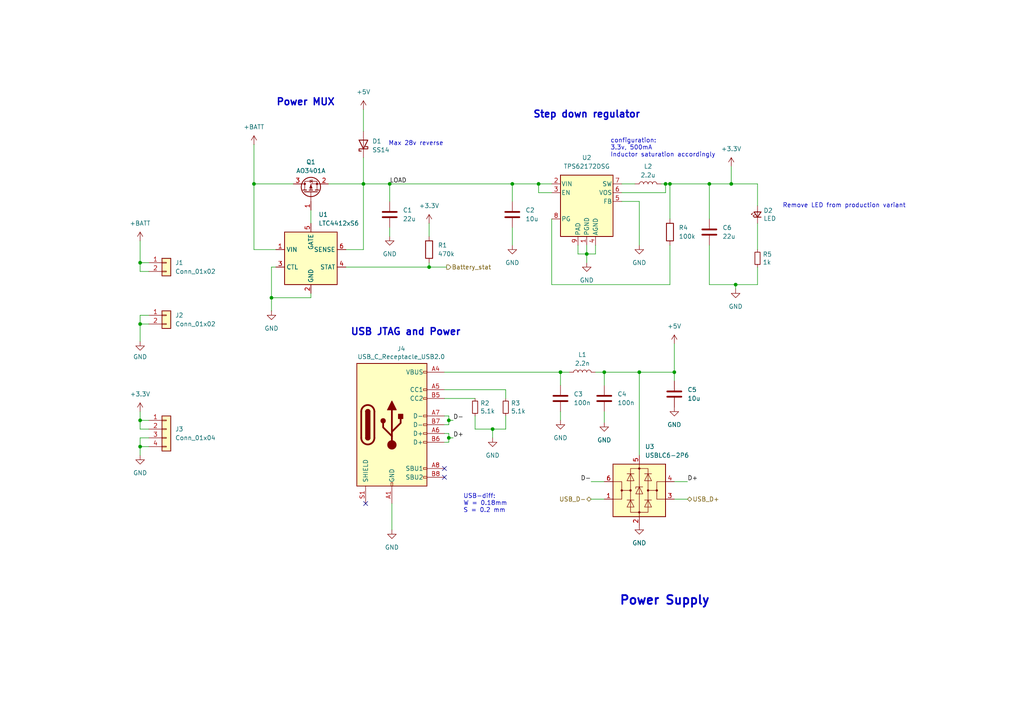
<source format=kicad_sch>
(kicad_sch (version 20231120) (generator "eeschema") (generator_version "8.0")
  (paper "A4")
  (lib_symbols
    (symbol "+3.3V_1" (power) (pin_numbers hide) (pin_names (offset 0) hide)
      (property "Value" "+3.3V" (at 0 3.556 0))
      (symbol "+3.3V_1_0_1"
        (polyline (pts (xy -0.762 1.27) (xy 0 2.54)))
        (polyline (pts (xy 0 0) (xy 0 2.54)))
        (polyline (pts (xy 0 2.54) (xy 0.762 1.27)))
      )
      (symbol "+3.3V_1_1_1"
        (pin power_in line (at 0 0 90) (length 0) (name "~") (number "1"))
      )
    )
    (symbol "Connector:USB_C_Receptacle_USB2.0" (pin_names (offset 1.016))
      (property "Reference" "J" (at -10.16 19.05 0))
      (property "Value" "USB_C_Receptacle_USB2.0" (at 19.05 19.05 0))
      (symbol "USB_C_Receptacle_USB2.0_0_0"
        (rectangle (start -0.254 -17.78) (end 0.254 -16.764))
        (rectangle (start 10.16 -14.986) (end 9.144 -15.494))
        (rectangle (start 10.16 -12.446) (end 9.144 -12.954))
        (rectangle (start 10.16 -4.826) (end 9.144 -5.334))
        (rectangle (start 10.16 -2.286) (end 9.144 -2.794))
        (rectangle (start 10.16 0.254) (end 9.144 -0.254))
        (rectangle (start 10.16 2.794) (end 9.144 2.286))
        (rectangle (start 10.16 7.874) (end 9.144 7.366))
        (rectangle (start 10.16 10.414) (end 9.144 9.906))
        (rectangle (start 10.16 15.494) (end 9.144 14.986))
      )
      (symbol "USB_C_Receptacle_USB2.0_0_1"
        (rectangle (start -10.16 17.78) (end 10.16 -17.78) (stroke (width 0.254)) (fill (type background)))
        (arc (start -8.89 -3.81) (mid -6.985 -5.7067) (end -5.08 -3.81) (stroke (width 0.508)))
        (arc (start -7.62 -3.81) (mid -6.985 -4.4423) (end -6.35 -3.81) (stroke (width 0.254)))
        (arc (start -7.62 -3.81) (mid -6.985 -4.4423) (end -6.35 -3.81) (stroke (width 0.254)) (fill (type outline)))
        (rectangle (start -7.62 -3.81) (end -6.35 3.81) (stroke (width 0.254)) (fill (type outline)))
        (arc (start -6.35 3.81) (mid -6.985 4.4423) (end -7.62 3.81) (stroke (width 0.254)))
        (arc (start -6.35 3.81) (mid -6.985 4.4423) (end -7.62 3.81) (stroke (width 0.254)) (fill (type outline)))
        (arc (start -5.08 3.81) (mid -6.985 5.7067) (end -8.89 3.81) (stroke (width 0.508)))
        (circle (center -2.54 1.143) (radius 0.635) (stroke (width 0.254)) (fill (type outline)))
        (circle (center 0 -5.842) (radius 1.27) (fill (type outline)))
        (polyline (pts (xy -8.89 -3.81) (xy -8.89 3.81)) (stroke (width 0.508)))
        (polyline (pts (xy -5.08 3.81) (xy -5.08 -3.81)) (stroke (width 0.508)))
        (polyline (pts (xy 0 -5.842) (xy 0 4.318)) (stroke (width 0.508)))
        (polyline (pts (xy 0 -3.302) (xy -2.54 -0.762) (xy -2.54 0.508)) (stroke (width 0.508)))
        (polyline (pts (xy 0 -2.032) (xy 2.54 0.508) (xy 2.54 1.778)) (stroke (width 0.508)))
        (polyline (pts (xy -1.27 4.318) (xy 0 6.858) (xy 1.27 4.318) (xy -1.27 4.318)) (stroke (width 0.254)) (fill (type outline)))
        (rectangle (start 1.905 1.778) (end 3.175 3.048) (stroke (width 0.254)) (fill (type outline)))
      )
      (symbol "USB_C_Receptacle_USB2.0_1_1"
        (pin passive line (at 0 -22.86 90) (length 5.08) (name "GND") (number "A1"))
        (pin passive line (at 0 -22.86 90) (length 5.08) hide (name "GND") (number "A12"))
        (pin passive line (at 15.24 15.24 180) (length 5.08) (name "VBUS") (number "A4"))
        (pin bidirectional line (at 15.24 10.16 180) (length 5.08) (name "CC1") (number "A5"))
        (pin bidirectional line (at 15.24 -2.54 180) (length 5.08) (name "D+") (number "A6"))
        (pin bidirectional line (at 15.24 2.54 180) (length 5.08) (name "D-") (number "A7"))
        (pin bidirectional line (at 15.24 -12.7 180) (length 5.08) (name "SBU1") (number "A8"))
        (pin passive line (at 15.24 15.24 180) (length 5.08) hide (name "VBUS") (number "A9"))
        (pin passive line (at 0 -22.86 90) (length 5.08) hide (name "GND") (number "B1"))
        (pin passive line (at 0 -22.86 90) (length 5.08) hide (name "GND") (number "B12"))
        (pin passive line (at 15.24 15.24 180) (length 5.08) hide (name "VBUS") (number "B4"))
        (pin bidirectional line (at 15.24 7.62 180) (length 5.08) (name "CC2") (number "B5"))
        (pin bidirectional line (at 15.24 -5.08 180) (length 5.08) (name "D+") (number "B6"))
        (pin bidirectional line (at 15.24 0 180) (length 5.08) (name "D-") (number "B7"))
        (pin bidirectional line (at 15.24 -15.24 180) (length 5.08) (name "SBU2") (number "B8"))
        (pin passive line (at 15.24 15.24 180) (length 5.08) hide (name "VBUS") (number "B9"))
        (pin passive line (at -7.62 -22.86 90) (length 5.08) (name "SHIELD") (number "S1"))
      )
    )
    (symbol "Connector_Generic:Conn_01x02" (pin_names (offset 1.016) hide)
      (property "Reference" "J" (at 0 2.54 0))
      (property "Value" "Conn_01x02" (at 0 -5.08 0))
      (symbol "Conn_01x02_1_1"
        (rectangle (start -1.27 -2.413) (end 0 -2.667) (stroke (width 0.1524)))
        (rectangle (start -1.27 0.127) (end 0 -0.127) (stroke (width 0.1524)))
        (rectangle (start -1.27 1.27) (end 1.27 -3.81) (stroke (width 0.254)) (fill (type background)))
        (pin passive line (at -5.08 0 0) (length 3.81) (name "Pin_1") (number "1"))
        (pin passive line (at -5.08 -2.54 0) (length 3.81) (name "Pin_2") (number "2"))
      )
    )
    (symbol "Connector_Generic:Conn_01x04" (pin_names (offset 1.016) hide)
      (property "Reference" "J" (at 0 5.08 0))
      (property "Value" "Conn_01x04" (at 0 -7.62 0))
      (symbol "Conn_01x04_1_1"
        (rectangle (start -1.27 -4.953) (end 0 -5.207) (stroke (width 0.1524)))
        (rectangle (start -1.27 -2.413) (end 0 -2.667) (stroke (width 0.1524)))
        (rectangle (start -1.27 0.127) (end 0 -0.127) (stroke (width 0.1524)))
        (rectangle (start -1.27 2.667) (end 0 2.413) (stroke (width 0.1524)))
        (rectangle (start -1.27 3.81) (end 1.27 -6.35) (stroke (width 0.254)) (fill (type background)))
        (pin passive line (at -5.08 2.54 0) (length 3.81) (name "Pin_1") (number "1"))
        (pin passive line (at -5.08 0 0) (length 3.81) (name "Pin_2") (number "2"))
        (pin passive line (at -5.08 -2.54 0) (length 3.81) (name "Pin_3") (number "3"))
        (pin passive line (at -5.08 -5.08 0) (length 3.81) (name "Pin_4") (number "4"))
      )
    )
    (symbol "Device:C" (pin_numbers hide) (pin_names (offset 0.254))
      (property "Reference" "C" (at 0.635 2.54 0))
      (property "Value" "C" (at 0.635 -2.54 0))
      (symbol "C_0_1"
        (polyline (pts (xy -2.032 -0.762) (xy 2.032 -0.762)) (stroke (width 0.508)))
        (polyline (pts (xy -2.032 0.762) (xy 2.032 0.762)) (stroke (width 0.508)))
      )
      (symbol "C_1_1"
        (pin passive line (at 0 3.81 270) (length 2.794) (name "~") (number "1"))
        (pin passive line (at 0 -3.81 90) (length 2.794) (name "~") (number "2"))
      )
    )
    (symbol "Device:L" (pin_numbers hide) (pin_names (offset 1.016) hide)
      (property "Reference" "L" (at -1.27 0 90))
      (property "Value" "L" (at 1.905 0 90))
      (symbol "L_0_1"
        (arc (start 0 -2.54) (mid 0.6323 -1.905) (end 0 -1.27))
        (arc (start 0 -1.27) (mid 0.6323 -0.635) (end 0 0))
        (arc (start 0 0) (mid 0.6323 0.635) (end 0 1.27))
        (arc (start 0 1.27) (mid 0.6323 1.905) (end 0 2.54))
      )
      (symbol "L_1_1"
        (pin passive line (at 0 3.81 270) (length 1.27) (name "1") (number "1"))
        (pin passive line (at 0 -3.81 90) (length 1.27) (name "2") (number "2"))
      )
    )
    (symbol "Device:LED_Small" (pin_numbers hide) (pin_names (offset 0.254) hide)
      (property "Reference" "D" (at -1.27 3.175 0))
      (property "Value" "LED_Small" (at -4.445 -2.54 0))
      (symbol "LED_Small_0_1"
        (polyline (pts (xy -0.762 -1.016) (xy -0.762 1.016)) (stroke (width 0.254)))
        (polyline (pts (xy 1.016 0) (xy -0.762 0)))
        (polyline (pts (xy 0.762 -1.016) (xy -0.762 0) (xy 0.762 1.016) (xy 0.762 -1.016)) (stroke (width 0.254)))
        (polyline (pts (xy 0 0.762) (xy -0.508 1.27) (xy -0.254 1.27) (xy -0.508 1.27) (xy -0.508 1.016)))
        (polyline (pts (xy 0.508 1.27) (xy 0 1.778) (xy 0.254 1.778) (xy 0 1.778) (xy 0 1.524)))
      )
      (symbol "LED_Small_1_1"
        (pin passive line (at -2.54 0 0) (length 1.778) (name "K") (number "1"))
        (pin passive line (at 2.54 0 180) (length 1.778) (name "A") (number "2"))
      )
    )
    (symbol "Device:R" (pin_numbers hide) (pin_names (offset 0))
      (property "Reference" "R" (at 2.032 0 90))
      (property "Value" "R" (at 0 0 90))
      (symbol "R_0_1"
        (rectangle (start -1.016 -2.54) (end 1.016 2.54) (stroke (width 0.254)))
      )
      (symbol "R_1_1"
        (pin passive line (at 0 3.81 270) (length 1.27) (name "~") (number "1"))
        (pin passive line (at 0 -3.81 90) (length 1.27) (name "~") (number "2"))
      )
    )
    (symbol "Device:R_Small" (pin_numbers hide) (pin_names (offset 0.254) hide)
      (property "Reference" "R" (at 0.762 0.508 0))
      (property "Value" "R_Small" (at 0.762 -1.016 0))
      (symbol "R_Small_0_1"
        (rectangle (start -0.762 1.778) (end 0.762 -1.778) (stroke (width 0.2032)))
      )
      (symbol "R_Small_1_1"
        (pin passive line (at 0 2.54 270) (length 0.762) (name "~") (number "1"))
        (pin passive line (at 0 -2.54 90) (length 0.762) (name "~") (number "2"))
      )
    )
    (symbol "Diode:SS14" (pin_numbers hide) (pin_names (offset 1.016) hide)
      (property "Reference" "D" (at 0 2.54 0))
      (property "Value" "SS14" (at 0 -2.54 0))
      (symbol "SS14_0_1"
        (polyline (pts (xy 1.27 0) (xy -1.27 0)))
        (polyline (pts (xy 1.27 1.27) (xy 1.27 -1.27) (xy -1.27 0) (xy 1.27 1.27)) (stroke (width 0.254)))
        (polyline (pts (xy -1.905 0.635) (xy -1.905 1.27) (xy -1.27 1.27) (xy -1.27 -1.27) (xy -0.635 -1.27) (xy -0.635 -0.635)) (stroke (width 0.254)))
      )
      (symbol "SS14_1_1"
        (pin passive line (at -3.81 0 0) (length 2.54) (name "K") (number "1"))
        (pin passive line (at 3.81 0 180) (length 2.54) (name "A") (number "2"))
      )
    )
    (symbol "GND_1" (power) (pin_numbers hide) (pin_names (offset 0) hide)
      (property "Value" "GND" (at 0 -3.81 0))
      (symbol "GND_1_0_1"
        (polyline (pts (xy 0 0) (xy 0 -1.27) (xy 1.27 -1.27) (xy 0 -2.54) (xy -1.27 -1.27) (xy 0 -1.27)))
      )
      (symbol "GND_1_1_1"
        (pin power_in line (at 0 0 270) (length 0) (name "~") (number "1"))
      )
    )
    (symbol "GND_2" (power) (pin_numbers hide) (pin_names (offset 0) hide)
      (property "Value" "GND" (at 0 -3.81 0))
      (symbol "GND_2_0_1"
        (polyline (pts (xy 0 0) (xy 0 -1.27) (xy 1.27 -1.27) (xy 0 -2.54) (xy -1.27 -1.27) (xy 0 -1.27)))
      )
      (symbol "GND_2_1_1"
        (pin power_in line (at 0 0 270) (length 0) (name "~") (number "1"))
      )
    )
    (symbol "Power_Management:LTC4412xS6"
      (property "Reference" "U" (at -6.35 8.89 0))
      (property "Value" "LTC4412xS6" (at 6.35 8.89 0))
      (symbol "LTC4412xS6_0_1"
        (rectangle (start -7.62 7.62) (end 7.62 -7.62) (stroke (width 0.254)) (fill (type background)))
      )
      (symbol "LTC4412xS6_1_1"
        (pin power_in line (at -10.16 2.54 0) (length 2.54) (name "VIN") (number "1"))
        (pin power_in line (at 0 -10.16 90) (length 2.54) (name "GND") (number "2"))
        (pin input line (at -10.16 -2.54 0) (length 2.54) (name "CTL") (number "3"))
        (pin open_collector line (at 10.16 -2.54 180) (length 2.54) (name "STAT") (number "4"))
        (pin output line (at 0 10.16 270) (length 2.54) (name "GATE") (number "5"))
        (pin input line (at 10.16 2.54 180) (length 2.54) (name "SENSE") (number "6"))
      )
    )
    (symbol "Power_Protection:USBLC6-2P6" (pin_names hide)
      (property "Reference" "U" (at 2.54 8.89 0))
      (property "Value" "USBLC6-2P6" (at 2.54 -8.89 0))
      (symbol "USBLC6-2P6_0_1"
        (rectangle (start -7.62 -7.62) (end 7.62 7.62) (stroke (width 0.254)) (fill (type background)))
        (circle (center -5.08 0) (radius 0.254) (fill (type outline)))
        (circle (center -2.54 0) (radius 0.254) (fill (type outline)))
        (rectangle (start -2.54 6.35) (end 2.54 -6.35))
        (circle (center 0 -6.35) (radius 0.254) (fill (type outline)))
        (polyline (pts (xy -5.08 -2.54) (xy -7.62 -2.54)))
        (polyline (pts (xy -5.08 0) (xy -5.08 -2.54)))
        (polyline (pts (xy -5.08 2.54) (xy -7.62 2.54)))
        (polyline (pts (xy -1.524 -2.794) (xy -3.556 -2.794)))
        (polyline (pts (xy -1.524 4.826) (xy -3.556 4.826)))
        (polyline (pts (xy 0 -7.62) (xy 0 -6.35)))
        (polyline (pts (xy 0 -6.35) (xy 0 1.27)))
        (polyline (pts (xy 0 1.27) (xy 0 6.35)))
        (polyline (pts (xy 0 6.35) (xy 0 7.62)))
        (polyline (pts (xy 1.524 -2.794) (xy 3.556 -2.794)))
        (polyline (pts (xy 1.524 4.826) (xy 3.556 4.826)))
        (polyline (pts (xy 5.08 -2.54) (xy 7.62 -2.54)))
        (polyline (pts (xy 5.08 0) (xy 5.08 -2.54)))
        (polyline (pts (xy 5.08 2.54) (xy 7.62 2.54)))
        (polyline (pts (xy -2.54 0) (xy -5.08 0) (xy -5.08 2.54)))
        (polyline (pts (xy 2.54 0) (xy 5.08 0) (xy 5.08 2.54)))
        (polyline (pts (xy -3.556 -4.826) (xy -1.524 -4.826) (xy -2.54 -2.794) (xy -3.556 -4.826)))
        (polyline (pts (xy -3.556 2.794) (xy -1.524 2.794) (xy -2.54 4.826) (xy -3.556 2.794)))
        (polyline (pts (xy -1.016 -1.016) (xy 1.016 -1.016) (xy 0 1.016) (xy -1.016 -1.016)))
        (polyline (pts (xy 1.016 1.016) (xy 0.762 1.016) (xy -1.016 1.016) (xy -1.016 0.508)))
        (polyline (pts (xy 3.556 -4.826) (xy 1.524 -4.826) (xy 2.54 -2.794) (xy 3.556 -4.826)))
        (polyline (pts (xy 3.556 2.794) (xy 1.524 2.794) (xy 2.54 4.826) (xy 3.556 2.794)))
        (circle (center 0 6.35) (radius 0.254) (fill (type outline)))
        (circle (center 2.54 0) (radius 0.254) (fill (type outline)))
        (circle (center 5.08 0) (radius 0.254) (fill (type outline)))
      )
      (symbol "USBLC6-2P6_1_1"
        (pin passive line (at -10.16 -2.54 0) (length 2.54) (name "I/O1") (number "1"))
        (pin passive line (at 0 -10.16 90) (length 2.54) (name "GND") (number "2"))
        (pin passive line (at 10.16 -2.54 180) (length 2.54) (name "I/O2") (number "3"))
        (pin passive line (at 10.16 2.54 180) (length 2.54) (name "I/O2") (number "4"))
        (pin passive line (at 0 10.16 270) (length 2.54) (name "VBUS") (number "5"))
        (pin passive line (at -10.16 2.54 0) (length 2.54) (name "I/O1") (number "6"))
      )
    )
    (symbol "Regulator_Switching:TPS62172DSG" (pin_names (offset 0.254))
      (property "Reference" "U" (at -7.62 11.43 0))
      (property "Value" "TPS62172DSG" (at -1.27 11.43 0))
      (symbol "TPS62172DSG_0_1"
        (rectangle (start -7.62 10.16) (end 7.62 -7.62) (stroke (width 0.254)) (fill (type background)))
      )
      (symbol "TPS62172DSG_1_1"
        (pin power_in line (at 0 -10.16 90) (length 2.54) (name "PGND") (number "1"))
        (pin power_in line (at -10.16 7.62 0) (length 2.54) (name "VIN") (number "2"))
        (pin input line (at -10.16 5.08 0) (length 2.54) (name "EN") (number "3"))
        (pin power_in line (at 2.54 -10.16 90) (length 2.54) (name "AGND") (number "4"))
        (pin input line (at 10.16 2.54 180) (length 2.54) (name "FB") (number "5"))
        (pin input line (at 10.16 5.08 180) (length 2.54) (name "VOS") (number "6"))
        (pin output line (at 10.16 7.62 180) (length 2.54) (name "SW") (number "7"))
        (pin open_collector line (at -10.16 -2.54 0) (length 2.54) (name "PG") (number "8"))
        (pin power_in line (at -2.54 -10.16 90) (length 2.54) (name "PAD") (number "9"))
      )
    )
    (symbol "Transistor_FET:AO3401A" (pin_names hide)
      (property "Reference" "Q" (at 5.08 1.905 0))
      (property "Value" "AO3401A" (at 5.08 0 0))
      (symbol "AO3401A_0_1"
        (polyline (pts (xy 0.254 0) (xy -2.54 0)))
        (polyline (pts (xy 0.254 1.905) (xy 0.254 -1.905)) (stroke (width 0.254)))
        (polyline (pts (xy 0.762 -1.27) (xy 0.762 -2.286)) (stroke (width 0.254)))
        (polyline (pts (xy 0.762 0.508) (xy 0.762 -0.508)) (stroke (width 0.254)))
        (polyline (pts (xy 0.762 2.286) (xy 0.762 1.27)) (stroke (width 0.254)))
        (polyline (pts (xy 2.54 2.54) (xy 2.54 1.778)))
        (polyline (pts (xy 2.54 -2.54) (xy 2.54 0) (xy 0.762 0)))
        (polyline (pts (xy 0.762 1.778) (xy 3.302 1.778) (xy 3.302 -1.778) (xy 0.762 -1.778)))
        (polyline (pts (xy 2.286 0) (xy 1.27 0.381) (xy 1.27 -0.381) (xy 2.286 0)) (fill (type outline)))
        (polyline (pts (xy 2.794 -0.508) (xy 2.921 -0.381) (xy 3.683 -0.381) (xy 3.81 -0.254)))
        (polyline (pts (xy 3.302 -0.381) (xy 2.921 0.254) (xy 3.683 0.254) (xy 3.302 -0.381)))
        (circle (center 1.651 0) (radius 2.794) (stroke (width 0.254)))
        (circle (center 2.54 -1.778) (radius 0.254) (fill (type outline)))
        (circle (center 2.54 1.778) (radius 0.254) (fill (type outline)))
      )
      (symbol "AO3401A_1_1"
        (pin input line (at -5.08 0 0) (length 2.54) (name "G") (number "1"))
        (pin passive line (at 2.54 -5.08 90) (length 2.54) (name "S") (number "2"))
        (pin passive line (at 2.54 5.08 270) (length 2.54) (name "D") (number "3"))
      )
    )
    (symbol "power:+3.3V" (power) (pin_names (offset 0))
      (property "Value" "+3.3V" (at 0 3.556 0))
      (symbol "+3.3V_0_1"
        (polyline (pts (xy -0.762 1.27) (xy 0 2.54)))
        (polyline (pts (xy 0 0) (xy 0 2.54)))
        (polyline (pts (xy 0 2.54) (xy 0.762 1.27)))
      )
      (symbol "+3.3V_1_1"
        (pin power_in line (at 0 0 90) (length 0) hide (name "+3.3V") (number "1"))
      )
    )
    (symbol "power:+5V" (power) (pin_names (offset 0))
      (property "Value" "+5V" (at 0 3.556 0))
      (symbol "+5V_0_1"
        (polyline (pts (xy -0.762 1.27) (xy 0 2.54)))
        (polyline (pts (xy 0 0) (xy 0 2.54)))
        (polyline (pts (xy 0 2.54) (xy 0.762 1.27)))
      )
      (symbol "+5V_1_1"
        (pin power_in line (at 0 0 90) (length 0) hide (name "+5V") (number "1"))
      )
    )
    (symbol "power:+BATT" (power) (pin_numbers hide) (pin_names (offset 0) hide)
      (property "Value" "+BATT" (at 0 3.556 0))
      (symbol "+BATT_0_1"
        (polyline (pts (xy -0.762 1.27) (xy 0 2.54)))
        (polyline (pts (xy 0 0) (xy 0 2.54)))
        (polyline (pts (xy 0 2.54) (xy 0.762 1.27)))
      )
      (symbol "+BATT_1_1"
        (pin power_in line (at 0 0 90) (length 0) (name "~") (number "1"))
      )
    )
    (symbol "power:GND" (power) (pin_names (offset 0))
      (property "Value" "GND" (at 0 -3.81 0))
      (symbol "GND_0_1"
        (polyline (pts (xy 0 0) (xy 0 -1.27) (xy 1.27 -1.27) (xy 0 -2.54) (xy -1.27 -1.27) (xy 0 -1.27)))
      )
      (symbol "GND_1_1"
        (pin power_in line (at 0 0 270) (length 0) hide (name "GND") (number "1"))
      )
    )
  )
  (junction (at 162.56 107.95))
  (junction (at 175.26 107.95))
  (junction (at 130.175 127))
  (junction (at 113.03 53.34))
  (junction (at 193.04 53.34))
  (junction (at 194.31 53.34))
  (junction (at 142.875 124.46))
  (junction (at 40.64 129.54))
  (junction (at 212.09 53.34))
  (junction (at 205.74 53.34))
  (junction (at 40.64 76.2))
  (junction (at 73.66 53.34))
  (junction (at 148.59 53.34))
  (junction (at 185.42 107.95))
  (junction (at 170.18 73.66))
  (junction (at 156.21 53.34))
  (junction (at 40.64 121.92))
  (junction (at 130.175 121.92))
  (junction (at 195.58 107.95))
  (junction (at 213.36 82.55))
  (junction (at 40.64 93.98))
  (junction (at 105.41 53.34))
  (junction (at 124.46 77.47))
  (junction (at 78.74 86.36))
  (no_connect (at 106.045 146.05))
  (no_connect (at 128.905 135.89))
  (no_connect (at 128.905 138.43))
  (wire (pts (xy 73.66 53.34) (xy 73.66 72.39)))
  (wire (pts (xy 195.58 107.95) (xy 195.58 110.49)))
  (wire (pts (xy 170.18 71.12) (xy 170.18 73.66)))
  (wire (pts (xy 128.905 123.19) (xy 130.175 123.19)))
  (wire (pts (xy 40.64 127) (xy 40.64 129.54)))
  (wire (pts (xy 90.17 60.96) (xy 90.17 64.77)))
  (wire (pts (xy 130.175 123.19) (xy 130.175 121.92)))
  (wire (pts (xy 185.42 107.95) (xy 195.58 107.95)))
  (wire (pts (xy 128.905 115.57) (xy 137.795 115.57)))
  (wire (pts (xy 95.25 53.34) (xy 105.41 53.34)))
  (wire (pts (xy 113.03 68.58) (xy 113.03 66.04)))
  (wire (pts (xy 43.18 76.2) (xy 40.64 76.2)))
  (wire (pts (xy 205.74 71.12) (xy 205.74 82.55)))
  (wire (pts (xy 219.71 64.77) (xy 219.71 72.39)))
  (wire (pts (xy 40.64 69.85) (xy 40.64 76.2)))
  (wire (pts (xy 172.72 107.95) (xy 175.26 107.95)))
  (wire (pts (xy 73.66 53.34) (xy 85.09 53.34)))
  (wire (pts (xy 43.18 91.44) (xy 40.64 91.44)))
  (wire (pts (xy 171.45 139.7) (xy 175.26 139.7)))
  (wire (pts (xy 124.46 77.47) (xy 129.54 77.47)))
  (wire (pts (xy 193.04 53.34) (xy 194.31 53.34)))
  (wire (pts (xy 105.41 31.75) (xy 105.41 38.1)))
  (wire (pts (xy 78.74 77.47) (xy 78.74 86.36)))
  (wire (pts (xy 43.18 127) (xy 40.64 127)))
  (wire (pts (xy 128.905 128.27) (xy 130.175 128.27)))
  (wire (pts (xy 100.33 77.47) (xy 124.46 77.47)))
  (wire (pts (xy 43.18 124.46) (xy 40.64 124.46)))
  (wire (pts (xy 43.18 129.54) (xy 40.64 129.54)))
  (wire (pts (xy 128.905 120.65) (xy 130.175 120.65)))
  (wire (pts (xy 148.59 53.34) (xy 148.59 58.42)))
  (wire (pts (xy 172.72 73.66) (xy 170.18 73.66)))
  (wire (pts (xy 130.175 127) (xy 131.445 127)))
  (wire (pts (xy 146.685 120.65) (xy 146.685 124.46)))
  (wire (pts (xy 205.74 53.34) (xy 205.74 63.5)))
  (wire (pts (xy 80.01 77.47) (xy 78.74 77.47)))
  (wire (pts (xy 40.64 93.98) (xy 40.64 99.06)))
  (wire (pts (xy 180.34 58.42) (xy 185.42 58.42)))
  (wire (pts (xy 195.58 99.695) (xy 195.58 107.95)))
  (wire (pts (xy 199.39 139.7) (xy 195.58 139.7)))
  (wire (pts (xy 78.74 86.36) (xy 90.17 86.36)))
  (wire (pts (xy 213.36 83.82) (xy 213.36 82.55)))
  (wire (pts (xy 175.26 119.38) (xy 175.26 122.555)))
  (wire (pts (xy 199.39 144.78) (xy 195.58 144.78)))
  (wire (pts (xy 205.74 82.55) (xy 213.36 82.55)))
  (wire (pts (xy 137.795 120.65) (xy 137.795 124.46)))
  (wire (pts (xy 171.45 144.78) (xy 175.26 144.78)))
  (wire (pts (xy 124.46 64.77) (xy 124.46 68.58)))
  (wire (pts (xy 162.56 119.38) (xy 162.56 121.92)))
  (wire (pts (xy 219.71 77.47) (xy 219.71 82.55)))
  (wire (pts (xy 180.34 55.88) (xy 193.04 55.88)))
  (wire (pts (xy 156.21 53.34) (xy 148.59 53.34)))
  (wire (pts (xy 113.03 53.34) (xy 148.59 53.34)))
  (wire (pts (xy 175.26 107.95) (xy 185.42 107.95)))
  (wire (pts (xy 212.09 48.26) (xy 212.09 53.34)))
  (wire (pts (xy 130.175 121.92) (xy 131.445 121.92)))
  (wire (pts (xy 162.56 107.95) (xy 162.56 111.76)))
  (wire (pts (xy 185.42 132.08) (xy 185.42 107.95)))
  (wire (pts (xy 146.685 115.57) (xy 146.685 113.03)))
  (wire (pts (xy 78.74 90.17) (xy 78.74 86.36)))
  (wire (pts (xy 185.42 58.42) (xy 185.42 71.12)))
  (wire (pts (xy 162.56 107.95) (xy 165.1 107.95)))
  (wire (pts (xy 105.41 45.72) (xy 105.41 53.34)))
  (wire (pts (xy 156.21 55.88) (xy 156.21 53.34)))
  (wire (pts (xy 160.02 63.5) (xy 160.02 82.55)))
  (wire (pts (xy 128.905 125.73) (xy 130.175 125.73)))
  (wire (pts (xy 167.64 71.12) (xy 167.64 73.66)))
  (wire (pts (xy 43.18 93.98) (xy 40.64 93.98)))
  (wire (pts (xy 148.59 66.04) (xy 148.59 71.12)))
  (wire (pts (xy 142.875 124.46) (xy 142.875 127)))
  (wire (pts (xy 40.64 91.44) (xy 40.64 93.98)))
  (wire (pts (xy 170.18 73.66) (xy 170.18 76.2)))
  (wire (pts (xy 130.175 125.73) (xy 130.175 127)))
  (wire (pts (xy 212.09 53.34) (xy 219.71 53.34)))
  (wire (pts (xy 146.685 113.03) (xy 128.905 113.03)))
  (wire (pts (xy 128.905 107.95) (xy 162.56 107.95)))
  (wire (pts (xy 180.34 53.34) (xy 184.15 53.34)))
  (wire (pts (xy 113.665 146.05) (xy 113.665 153.67)))
  (wire (pts (xy 191.77 53.34) (xy 193.04 53.34)))
  (wire (pts (xy 73.66 41.91) (xy 73.66 53.34)))
  (wire (pts (xy 175.26 111.76) (xy 175.26 107.95)))
  (wire (pts (xy 219.71 53.34) (xy 219.71 59.69)))
  (wire (pts (xy 193.04 55.88) (xy 193.04 53.34)))
  (wire (pts (xy 130.175 121.92) (xy 130.175 120.65)))
  (wire (pts (xy 105.41 53.34) (xy 113.03 53.34)))
  (wire (pts (xy 160.02 55.88) (xy 156.21 55.88)))
  (wire (pts (xy 105.41 53.34) (xy 105.41 72.39)))
  (wire (pts (xy 40.64 76.2) (xy 40.64 78.74)))
  (wire (pts (xy 40.64 129.54) (xy 40.64 132.08)))
  (wire (pts (xy 113.03 58.42) (xy 113.03 53.34)))
  (wire (pts (xy 167.64 73.66) (xy 170.18 73.66)))
  (wire (pts (xy 43.18 78.74) (xy 40.64 78.74)))
  (wire (pts (xy 213.36 82.55) (xy 219.71 82.55)))
  (wire (pts (xy 130.175 127) (xy 130.175 128.27)))
  (wire (pts (xy 142.875 124.46) (xy 146.685 124.46)))
  (wire (pts (xy 194.31 53.34) (xy 194.31 63.5)))
  (wire (pts (xy 160.02 82.55) (xy 194.31 82.55)))
  (wire (pts (xy 124.46 76.2) (xy 124.46 77.47)))
  (wire (pts (xy 172.72 71.12) (xy 172.72 73.66)))
  (wire (pts (xy 105.41 72.39) (xy 100.33 72.39)))
  (wire (pts (xy 80.01 72.39) (xy 73.66 72.39)))
  (wire (pts (xy 205.74 53.34) (xy 212.09 53.34)))
  (wire (pts (xy 194.31 82.55) (xy 194.31 71.12)))
  (wire (pts (xy 40.64 121.92) (xy 43.18 121.92)))
  (wire (pts (xy 137.795 124.46) (xy 142.875 124.46)))
  (wire (pts (xy 90.17 86.36) (xy 90.17 85.09)))
  (wire (pts (xy 40.64 121.92) (xy 40.64 124.46)))
  (wire (pts (xy 194.31 53.34) (xy 205.74 53.34)))
  (wire (pts (xy 160.02 53.34) (xy 156.21 53.34)))
  (wire (pts (xy 40.64 119.38) (xy 40.64 121.92)))
  (text "configuration:\n3.3v, 500mA\nInductor saturation accordingly" (at 177.038 42.926 0) (effects (font (size 1.27 1.27)) (justify left)))
  (text "USB-diff:\nW = 0.18mm \nS = 0.2 mm" (at 134.366 146.05 0) (effects (font (size 1.27 1.27)) (justify left)))
  (text "Power MUX" (at 88.646 29.718 0) (effects (font (size 2 2) (thickness 0.4) (bold yes))))
  (text "Max 28v reverse" (at 120.65 41.656 0) (effects (font (size 1.27 1.27))))
  (text "USB JTAG and Power" (at 101.6 97.536 0) (effects (font (size 2 2) (thickness 0.4) (bold yes)) (justify left bottom)))
  (text "Remove LED from production variant" (at 244.856 59.69 0) (effects (font (size 1.27 1.27))))
  (text "Step down regulator" (at 170.18 33.274 0) (effects (font (size 2 2) (thickness 0.4) (bold yes))))
  (text "Power Supply" (at 192.786 174.244 0) (effects (font (size 2.54 2.54) (thickness 0.508) (bold yes))))
  (label "LOAD" (at 113.03 53.34 0))
  (label "D+" (at 199.39 139.7 0))
  (label "D-" (at 131.445 121.92 0))
  (label "D+" (at 131.445 127 0))
  (label "D-" (at 171.45 139.7 180))
  (hierarchical_label "USB_D-" (shape bidirectional) (at 171.45 144.78 180))
  (hierarchical_label "Battery_stat" (shape output) (at 129.54 77.47 0))
  (hierarchical_label "USB_D+" (shape bidirectional) (at 199.39 144.78 0))
  (symbol (lib_id "power:+BATT") (at 73.66 41.91 0) (unit 1)
    (property "Reference" "#PWR05" (effects (hide yes)))
    (property "Value" "+BATT" (at 73.66 36.83 0))
    (property "Description" "Power symbol creates a global label with name \"+BATT\"" (effects (hide yes)))
  )
  (symbol (lib_id "Diode:SS14") (at 105.41 41.91 90) (unit 1)
    (property "Reference" "D1" (at 107.95 40.9574 90) (effects (justify right)))
    (property "Value" "SS14" (at 107.95 43.4974 90) (effects (justify right)))
    (property "Footprint" "Diode_SMD:D_SMA" (effects (hide yes)))
    (property "Datasheet" "https://www.vishay.com/docs/88746/ss12.pdf" (effects (hide yes)))
    (property "Description" "40V 1A Schottky Diode, SMA" (effects (hide yes)))
  )
  (symbol (lib_id "Device:C") (at 195.58 114.3 0) (unit 1)
    (property "Reference" "C5" (at 199.39 113.03 0) (effects (justify left)))
    (property "Value" "10u" (at 199.39 115.57 0) (effects (justify left)))
    (property "Footprint" "Capacitor_SMD:C_0603_1608Metric" (effects (hide yes)))
  )
  (symbol (lib_id "Device:L") (at 187.96 53.34 90) (unit 1)
    (property "Reference" "L2" (at 187.96 48.26 90))
    (property "Value" "2.2u" (at 187.96 50.8 90))
    (property "Footprint" "Inductor_SMD:L_0805_2012Metric" (effects (hide yes)))
    (property "Description" "Inductor" (effects (hide yes)))
  )
  (symbol (lib_id "power:GND") (at 170.18 76.2 0) (unit 1)
    (property "Reference" "#PWR014" (effects (hide yes)))
    (property "Value" "GND" (at 170.18 81.28 0))
    (property "Description" "Power symbol creates a global label with name \"GND\" , ground" (effects (hide yes)))
  )
  (symbol (lib_id "Device:L") (at 168.91 107.95 90) (unit 1)
    (property "Reference" "L1" (at 168.91 102.87 90))
    (property "Value" "2.2n" (at 168.91 105.41 90))
    (property "Footprint" "Inductor_SMD:L_0603_1608Metric" (effects (hide yes)))
  )
  (symbol (lib_id "Device:C") (at 148.59 62.23 0) (unit 1)
    (property "Reference" "C2" (at 152.4 60.9599 0) (effects (justify left)))
    (property "Value" "10u" (at 152.4 63.4999 0) (effects (justify left)))
    (property "Footprint" "Capacitor_SMD:C_0603_1608Metric" (effects (hide yes)))
    (property "Description" "Unpolarized capacitor" (effects (hide yes)))
  )
  (symbol (lib_id "power:GND") (at 148.59 71.12 0) (unit 1)
    (property "Reference" "#PWR012" (effects (hide yes)))
    (property "Value" "GND" (at 148.59 76.2 0))
    (property "Description" "Power symbol creates a global label with name \"GND\" , ground" (effects (hide yes)))
  )
  (symbol (lib_id "Device:R_Small") (at 219.71 74.93 0) (unit 1)
    (property "Reference" "R5" (at 221.2086 73.7616 0) (effects (justify left)))
    (property "Value" "1k" (at 221.2086 76.073 0) (effects (justify left)))
    (property "Footprint" "Resistor_SMD:R_0402_1005Metric" (effects (hide yes)))
    (property "LCSC" "C163928" (effects (hide yes)))
  )
  (symbol (lib_id "Regulator_Switching:TPS62172DSG") (at 170.18 60.96 0) (unit 1)
    (property "Reference" "U2" (at 170.18 45.72 0))
    (property "Value" "TPS62172DSG" (at 170.18 48.26 0))
    (property "Footprint" "Package_SON:WSON-8-1EP_2x2mm_P0.5mm_EP0.9x1.6mm_ThermalVias" (effects (hide yes)))
    (property "Datasheet" "http://www.ti.com/lit/ds/symlink/tps62170.pdf" (effects (hide yes)))
    (property "Description" "500mA Step-Down Converter with DCS-Control, fixed 3.3V output, 3-17V input voltage, WSON-8" (effects (hide yes)))
  )
  (symbol (lib_id "power:+BATT") (at 40.64 69.85 0) (unit 1)
    (property "Reference" "#PWR01" (effects (hide yes)))
    (property "Value" "+BATT" (at 40.64 64.77 0))
    (property "Description" "Power symbol creates a global label with name \"+BATT\"" (effects (hide yes)))
  )
  (symbol (lib_id "Device:R") (at 194.31 67.31 0) (unit 1)
    (property "Reference" "R4" (at 196.85 66.0399 0) (effects (justify left)))
    (property "Value" "100k" (at 196.85 68.5799 0) (effects (justify left)))
    (property "Footprint" "Resistor_SMD:R_0402_1005Metric" (effects (hide yes)))
    (property "Description" "Resistor" (effects (hide yes)))
  )
  (symbol (lib_id "Device:C") (at 175.26 115.57 0) (unit 1)
    (property "Reference" "C4" (at 179.07 114.3 0) (effects (justify left)))
    (property "Value" "100n" (at 179.07 116.84 0) (effects (justify left)))
    (property "Footprint" "Capacitor_SMD:C_0402_1005Metric" (effects (hide yes)))
  )
  (symbol (lib_id "Connector_Generic:Conn_01x02") (at 48.26 91.44 0) (unit 1)
    (property "Reference" "J2" (at 50.8 91.4399 0) (effects (justify left)))
    (property "Value" "Conn_01x02" (at 50.8 93.9799 0) (effects (justify left)))
    (property "Footprint" "Connector_PinHeader_2.54mm:PinHeader_1x02_P2.54mm_Vertical" (effects (hide yes)))
    (property "Description" "Generic connector, single row, 01x02, script generated (kicad-library-utils/schlib/autogen/connector/)" (effects (hide yes)))
  )
  (symbol (lib_id "power:GND") (at 40.64 99.06 0) (unit 1)
    (property "Reference" "#PWR02" (effects (hide yes)))
    (property "Value" "GND" (at 40.64 103.505 0))
  )
  (symbol (lib_name "+3.3V_1") (lib_id "power:+3.3V") (at 124.46 64.77 0) (unit 1)
    (property "Reference" "#PWR010" (effects (hide yes)))
    (property "Value" "+3.3V" (at 124.46 59.69 0))
    (property "Description" "Power symbol creates a global label with name \"+3.3V\"" (effects (hide yes)))
  )
  (symbol (lib_id "power:GND") (at 40.64 132.08 0) (unit 1)
    (property "Reference" "#PWR04" (effects (hide yes)))
    (property "Value" "GND" (at 40.64 137.16 0))
    (property "Description" "Power symbol creates a global label with name \"GND\" , ground" (effects (hide yes)))
  )
  (symbol (lib_id "power:GND") (at 185.42 152.4 0) (unit 1)
    (property "Reference" "#PWR017" (effects (hide yes)))
    (property "Value" "GND" (at 185.42 157.48 0))
  )
  (symbol (lib_id "Connector_Generic:Conn_01x02") (at 48.26 76.2 0) (unit 1)
    (property "Reference" "J1" (at 50.8 76.1999 0) (effects (justify left)))
    (property "Value" "Conn_01x02" (at 50.8 78.7399 0) (effects (justify left)))
    (property "Footprint" "Connector_PinHeader_2.54mm:PinHeader_1x02_P2.54mm_Vertical" (effects (hide yes)))
    (property "Description" "Generic connector, single row, 01x02, script generated (kicad-library-utils/schlib/autogen/connector/)" (effects (hide yes)))
  )
  (symbol (lib_id "Connector:USB_C_Receptacle_USB2.0") (at 113.665 123.19 0) (unit 1)
    (property "Reference" "J4" (at 116.3828 101.1682 0))
    (property "Value" "USB_C_Receptacle_USB2.0" (at 116.3828 103.4796 0))
    (property "Footprint" "Connector_USB:USB_C_Receptacle_HRO_TYPE-C-31-M-12" (effects (hide yes)))
    (property "Datasheet" "https://www.usb.org/sites/default/files/documents/usb_type-c.zip" (effects (hide yes)))
  )
  (symbol (lib_id "Device:C") (at 113.03 62.23 0) (unit 1)
    (property "Reference" "C1" (at 116.84 60.9599 0) (effects (justify left)))
    (property "Value" "22u" (at 116.84 63.4999 0) (effects (justify left)))
    (property "Footprint" "Capacitor_SMD:C_0805_2012Metric" (effects (hide yes)))
    (property "Description" "Unpolarized capacitor" (effects (hide yes)))
  )
  (symbol (lib_id "Device:R_Small") (at 146.685 118.11 0) (unit 1)
    (property "Reference" "R3" (at 148.1836 116.9416 0) (effects (justify left)))
    (property "Value" "5.1k" (at 148.1836 119.253 0) (effects (justify left)))
    (property "Footprint" "Resistor_SMD:R_0402_1005Metric" (effects (hide yes)))
    (property "LCSC" "C163928" (effects (hide yes)))
  )
  (symbol (lib_id "Device:LED_Small") (at 219.71 62.23 90) (unit 1)
    (property "Reference" "D2" (at 221.4372 61.0616 90) (effects (justify right)))
    (property "Value" "LED" (at 221.4372 63.373 90) (effects (justify right)))
    (property "Footprint" "LED_SMD:LED_0805_2012Metric_Pad1.15x1.40mm_HandSolder" (effects (hide yes)))
    (property "LCSC" "C205445" (effects (hide yes)))
  )
  (symbol (lib_id "Device:C") (at 162.56 115.57 0) (unit 1)
    (property "Reference" "C3" (at 166.37 114.3 0) (effects (justify left)))
    (property "Value" "100n" (at 166.37 116.84 0) (effects (justify left)))
    (property "Footprint" "Capacitor_SMD:C_0402_1005Metric" (effects (hide yes)))
  )
  (symbol (lib_id "power:GND") (at 195.58 118.11 0) (unit 1)
    (property "Reference" "#PWR019" (effects (hide yes)))
    (property "Value" "GND" (at 195.58 123.19 0))
  )
  (symbol (lib_id "power:GND") (at 113.665 153.67 0) (unit 1)
    (property "Reference" "#PWR09" (effects (hide yes)))
    (property "Value" "GND" (at 113.665 158.75 0))
  )
  (symbol (lib_id "power:+3.3V") (at 40.64 119.38 0) (unit 1)
    (property "Reference" "#PWR03" (effects (hide yes)))
    (property "Value" "+3.3V" (at 40.64 114.3 0))
  )
  (symbol (lib_id "Transistor_FET:AO3401A") (at 90.17 55.88 90) (unit 1)
    (property "Reference" "Q1" (at 90.17 46.99 90))
    (property "Value" "AO3401A" (at 90.17 49.53 90))
    (property "Footprint" "Package_TO_SOT_SMD:SOT-23" (effects (hide yes)))
    (property "Datasheet" "http://www.aosmd.com/pdfs/datasheet/AO3401A.pdf" (effects (hide yes)))
    (property "Description" "-4.0A Id, -30V Vds, P-Channel MOSFET, SOT-23" (effects (hide yes)))
  )
  (symbol (lib_id "power:+5V") (at 105.41 31.75 0) (unit 1)
    (property "Reference" "#PWR07" (effects (hide yes)))
    (property "Value" "+5V" (at 105.41 26.67 0))
  )
  (symbol (lib_id "power:GND") (at 185.42 71.12 0) (unit 1)
    (property "Reference" "#PWR016" (effects (hide yes)))
    (property "Value" "GND" (at 185.42 76.2 0))
    (property "Description" "Power symbol creates a global label with name \"GND\" , ground" (effects (hide yes)))
  )
  (symbol (lib_id "Power_Protection:USBLC6-2P6") (at 185.42 142.24 0) (unit 1)
    (property "Reference" "U3" (at 187.0711 129.54 0) (effects (justify left)))
    (property "Value" "USBLC6-2P6" (at 187.0711 132.08 0) (effects (justify left)))
    (property "Footprint" "Package_TO_SOT_SMD:SOT-666" (effects (hide yes)))
    (property "Datasheet" "https://www.st.com/resource/en/datasheet/usblc6-2.pdf" (effects (hide yes)))
  )
  (symbol (lib_id "Device:R") (at 124.46 72.39 0) (unit 1)
    (property "Reference" "R1" (at 127 71.1199 0) (effects (justify left)))
    (property "Value" "470k" (at 127 73.6599 0) (effects (justify left)))
    (property "Footprint" "Resistor_SMD:R_0402_1005Metric" (effects (hide yes)))
    (property "Description" "Resistor" (effects (hide yes)))
  )
  (symbol (lib_id "power:GND") (at 162.56 121.92 0) (unit 1)
    (property "Reference" "#PWR013" (effects (hide yes)))
    (property "Value" "GND" (at 162.56 127 0))
  )
  (symbol (lib_id "power:+3.3V") (at 212.09 48.26 0) (unit 1)
    (property "Reference" "#PWR020" (effects (hide yes)))
    (property "Value" "+3.3V" (at 212.09 43.18 0))
  )
  (symbol (lib_id "power:+5V") (at 195.58 99.695 0) (unit 1)
    (property "Reference" "#PWR018" (effects (hide yes)))
    (property "Value" "+5V" (at 195.58 94.615 0))
  )
  (symbol (lib_id "power:GND") (at 213.36 83.82 0) (unit 1)
    (property "Reference" "#PWR021" (effects (hide yes)))
    (property "Value" "GND" (at 213.36 88.9 0))
    (property "Description" "Power symbol creates a global label with name \"GND\" , ground" (effects (hide yes)))
  )
  (symbol (lib_id "power:GND") (at 175.26 122.555 0) (unit 1)
    (property "Reference" "#PWR015" (effects (hide yes)))
    (property "Value" "GND" (at 175.26 127.635 0))
  )
  (symbol (lib_id "Power_Management:LTC4412xS6") (at 90.17 74.93 0) (unit 1)
    (property "Reference" "U1" (at 92.3641 62.23 0) (effects (justify left)))
    (property "Value" "LTC4412xS6" (at 92.3641 64.77 0) (effects (justify left)))
    (property "Footprint" "Package_TO_SOT_SMD:TSOT-23-6" (effects (hide yes)))
    (property "Datasheet" "https://www.analog.com/media/en/technical-documentation/data-sheets/4412fb.pdf" (effects (hide yes)))
    (property "Description" "Low Loss PowerPath Controller, TSOT-23-6" (effects (hide yes)))
  )
  (symbol (lib_id "Device:R_Small") (at 137.795 118.11 0) (unit 1)
    (property "Reference" "R2" (at 139.2936 116.9416 0) (effects (justify left)))
    (property "Value" "5.1k" (at 139.2936 119.253 0) (effects (justify left)))
    (property "Footprint" "Resistor_SMD:R_0402_1005Metric" (effects (hide yes)))
    (property "LCSC" "C163928" (effects (hide yes)))
  )
  (symbol (lib_id "power:GND") (at 142.875 127 0) (unit 1)
    (property "Reference" "#PWR011" (effects (hide yes)))
    (property "Value" "GND" (at 142.875 132.08 0))
  )
  (symbol (lib_id "Device:C") (at 205.74 67.31 0) (unit 1)
    (property "Reference" "C6" (at 209.55 66.0399 0) (effects (justify left)))
    (property "Value" "22u" (at 209.55 68.5799 0) (effects (justify left)))
    (property "Footprint" "Capacitor_SMD:C_0805_2012Metric" (effects (hide yes)))
    (property "Description" "Unpolarized capacitor" (effects (hide yes)))
  )
  (symbol (lib_name "GND_1") (lib_id "power:GND") (at 78.74 90.17 0) (unit 1)
    (property "Reference" "#PWR06" (effects (hide yes)))
    (property "Value" "GND" (at 78.74 95.25 0))
    (property "Description" "Power symbol creates a global label with name \"GND\" , ground" (effects (hide yes)))
  )
  (symbol (lib_id "Connector_Generic:Conn_01x04") (at 48.26 124.46 0) (unit 1)
    (property "Reference" "J3" (at 50.8 124.4599 0) (effects (justify left)))
    (property "Value" "Conn_01x04" (at 50.8 126.9999 0) (effects (justify left)))
    (property "Footprint" "Connector_PinHeader_2.54mm:PinHeader_1x04_P2.54mm_Vertical" (effects (hide yes)))
    (property "Description" "Generic connector, single row, 01x04, script generated (kicad-library-utils/schlib/autogen/connector/)" (effects (hide yes)))
  )
  (symbol (lib_name "GND_2") (lib_id "power:GND") (at 113.03 68.58 0) (unit 1)
    (property "Reference" "#PWR08" (effects (hide yes)))
    (property "Value" "GND" (at 113.03 73.66 0))
    (property "Description" "Power symbol creates a global label with name \"GND\" , ground" (effects (hide yes)))
  )
)
</source>
